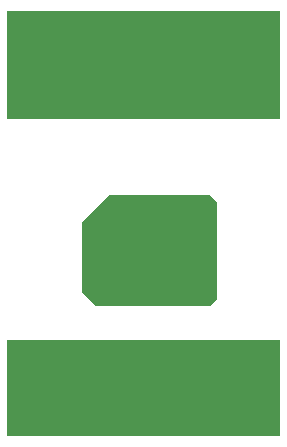
<source format=gbr>
G04 EAGLE Gerber RS-274X export*
G75*
%MOMM*%
%FSLAX34Y34*%
%LPD*%
%INSoldermask Bottom*%
%IPPOS*%
%AMOC8*
5,1,8,0,0,1.08239X$1,22.5*%
G01*
%ADD10C,2.203200*%
%ADD11P,2.168244X8X202.500000*%
%ADD12P,2.168244X8X22.500000*%

G36*
X220065Y268377D02*
X220065Y268377D01*
X220131Y268379D01*
X220174Y268397D01*
X220221Y268405D01*
X220278Y268439D01*
X220338Y268464D01*
X220373Y268495D01*
X220414Y268520D01*
X220456Y268571D01*
X220504Y268615D01*
X220526Y268657D01*
X220555Y268694D01*
X220576Y268756D01*
X220607Y268815D01*
X220615Y268869D01*
X220627Y268906D01*
X220626Y268946D01*
X220634Y269000D01*
X220634Y359000D01*
X220623Y359065D01*
X220621Y359131D01*
X220603Y359174D01*
X220595Y359221D01*
X220561Y359278D01*
X220536Y359338D01*
X220505Y359373D01*
X220480Y359414D01*
X220429Y359456D01*
X220385Y359504D01*
X220343Y359526D01*
X220306Y359555D01*
X220244Y359576D01*
X220185Y359607D01*
X220131Y359615D01*
X220094Y359627D01*
X220054Y359626D01*
X220000Y359634D01*
X-10000Y359634D01*
X-10065Y359623D01*
X-10131Y359621D01*
X-10174Y359603D01*
X-10221Y359595D01*
X-10278Y359561D01*
X-10338Y359536D01*
X-10373Y359505D01*
X-10414Y359480D01*
X-10456Y359429D01*
X-10504Y359385D01*
X-10526Y359343D01*
X-10555Y359306D01*
X-10576Y359244D01*
X-10607Y359185D01*
X-10615Y359131D01*
X-10627Y359094D01*
X-10626Y359054D01*
X-10634Y359000D01*
X-10634Y269000D01*
X-10623Y268935D01*
X-10621Y268869D01*
X-10603Y268826D01*
X-10595Y268779D01*
X-10561Y268722D01*
X-10536Y268662D01*
X-10505Y268627D01*
X-10480Y268586D01*
X-10429Y268545D01*
X-10385Y268496D01*
X-10343Y268474D01*
X-10306Y268445D01*
X-10244Y268424D01*
X-10185Y268393D01*
X-10131Y268385D01*
X-10094Y268373D01*
X-10054Y268374D01*
X-10000Y268366D01*
X220000Y268366D01*
X220065Y268377D01*
G37*
G36*
X220065Y-623D02*
X220065Y-623D01*
X220131Y-621D01*
X220174Y-603D01*
X220221Y-595D01*
X220278Y-561D01*
X220338Y-536D01*
X220373Y-505D01*
X220414Y-480D01*
X220456Y-429D01*
X220504Y-385D01*
X220526Y-343D01*
X220555Y-306D01*
X220576Y-244D01*
X220607Y-185D01*
X220615Y-131D01*
X220627Y-94D01*
X220626Y-54D01*
X220634Y0D01*
X220634Y80000D01*
X220623Y80065D01*
X220621Y80131D01*
X220603Y80174D01*
X220595Y80221D01*
X220561Y80278D01*
X220536Y80338D01*
X220505Y80373D01*
X220480Y80414D01*
X220429Y80456D01*
X220385Y80504D01*
X220343Y80526D01*
X220306Y80555D01*
X220244Y80576D01*
X220185Y80607D01*
X220131Y80615D01*
X220094Y80627D01*
X220054Y80626D01*
X220000Y80634D01*
X-10000Y80634D01*
X-10065Y80623D01*
X-10131Y80621D01*
X-10174Y80603D01*
X-10221Y80595D01*
X-10278Y80561D01*
X-10338Y80536D01*
X-10373Y80505D01*
X-10414Y80480D01*
X-10456Y80429D01*
X-10504Y80385D01*
X-10526Y80343D01*
X-10555Y80306D01*
X-10576Y80244D01*
X-10607Y80185D01*
X-10615Y80131D01*
X-10627Y80094D01*
X-10626Y80054D01*
X-10634Y80000D01*
X-10634Y0D01*
X-10623Y-65D01*
X-10621Y-131D01*
X-10603Y-174D01*
X-10595Y-221D01*
X-10561Y-278D01*
X-10536Y-338D01*
X-10505Y-373D01*
X-10480Y-414D01*
X-10429Y-456D01*
X-10385Y-504D01*
X-10343Y-526D01*
X-10306Y-555D01*
X-10244Y-576D01*
X-10185Y-607D01*
X-10131Y-615D01*
X-10094Y-627D01*
X-10054Y-626D01*
X-10000Y-634D01*
X220000Y-634D01*
X220065Y-623D01*
G37*
G36*
X161042Y109373D02*
X161042Y109373D01*
X161084Y109371D01*
X161151Y109393D01*
X161221Y109405D01*
X161257Y109427D01*
X161298Y109440D01*
X161371Y109494D01*
X161414Y109520D01*
X161427Y109536D01*
X161448Y109552D01*
X167448Y115552D01*
X167473Y115586D01*
X167504Y115615D01*
X167536Y115678D01*
X167577Y115736D01*
X167587Y115777D01*
X167607Y115815D01*
X167620Y115904D01*
X167633Y115953D01*
X167630Y115974D01*
X167634Y116000D01*
X167634Y197000D01*
X167627Y197042D01*
X167629Y197084D01*
X167607Y197151D01*
X167595Y197221D01*
X167573Y197257D01*
X167560Y197298D01*
X167506Y197371D01*
X167480Y197414D01*
X167464Y197427D01*
X167448Y197448D01*
X161448Y203448D01*
X161414Y203473D01*
X161385Y203504D01*
X161322Y203536D01*
X161264Y203577D01*
X161223Y203587D01*
X161185Y203607D01*
X161096Y203620D01*
X161047Y203633D01*
X161026Y203630D01*
X161000Y203634D01*
X76000Y203634D01*
X75958Y203627D01*
X75916Y203629D01*
X75849Y203607D01*
X75779Y203595D01*
X75743Y203573D01*
X75702Y203560D01*
X75629Y203506D01*
X75586Y203480D01*
X75573Y203464D01*
X75552Y203448D01*
X53552Y181448D01*
X53527Y181414D01*
X53496Y181385D01*
X53464Y181322D01*
X53423Y181264D01*
X53413Y181223D01*
X53393Y181185D01*
X53380Y181096D01*
X53368Y181047D01*
X53370Y181026D01*
X53366Y181000D01*
X53366Y121000D01*
X53373Y120958D01*
X53371Y120916D01*
X53393Y120849D01*
X53405Y120779D01*
X53427Y120743D01*
X53440Y120702D01*
X53494Y120629D01*
X53520Y120586D01*
X53536Y120573D01*
X53552Y120552D01*
X64552Y109552D01*
X64586Y109527D01*
X64615Y109496D01*
X64678Y109464D01*
X64736Y109423D01*
X64777Y109413D01*
X64815Y109393D01*
X64904Y109380D01*
X64953Y109368D01*
X64974Y109370D01*
X65000Y109366D01*
X161000Y109366D01*
X161042Y109373D01*
G37*
D10*
X170000Y330000D03*
X170000Y20000D03*
X40000Y20000D03*
X40000Y330000D03*
D11*
X105000Y20000D03*
D12*
X105000Y330000D03*
X114000Y143000D03*
M02*

</source>
